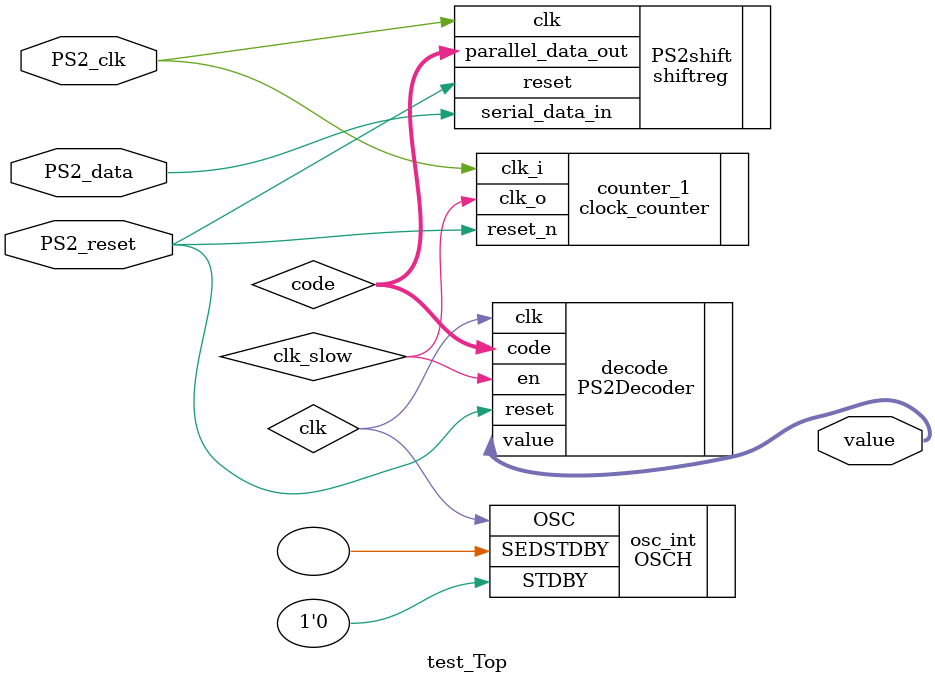
<source format=sv>
module test_Top(input  logic PS2_data,
				input  logic PS2_reset,
				input  logic PS2_clk,
				output logic [3:0] value);
	
	logic clk;		//used for the oscillator's 2.08 MHz clock
	logic clk_slow;	//used for slowed down, 5 Hz clock???
	
	logic [10:0]code;
	
	shiftreg PS2shift(
		.clk(PS2_clk),
		.reset(PS2_reset),
		.serial_data_in(PS2_data),
		
		.parallel_data_out(code)
	);
	
	PS2Decoder decode(
		.code(code),
		.clk(clk),
		.en(clk_slow),
		
		.reset(PS2_reset),
		.value(value)
	);
	
	
	
	//This is an instance of a special, built in module that accesses our chip's oscillator
		OSCH #("2.08") osc_int (	//"2.08" specifies the operating frequency, 2.08 MHz.
									//Other clock frequencies can be found in the MachX02's documentation
			.STDBY(1'b0),			
			.OSC(clk),				
			.SEDSTDBY()
		);			
			
		//slows the clock to what ever speed we need
		clock_counter counter_1(
			.clk_i(PS2_clk),
			.reset_n(PS2_reset),
			
			.clk_o(clk_slow)
		);
endmodule
</source>
